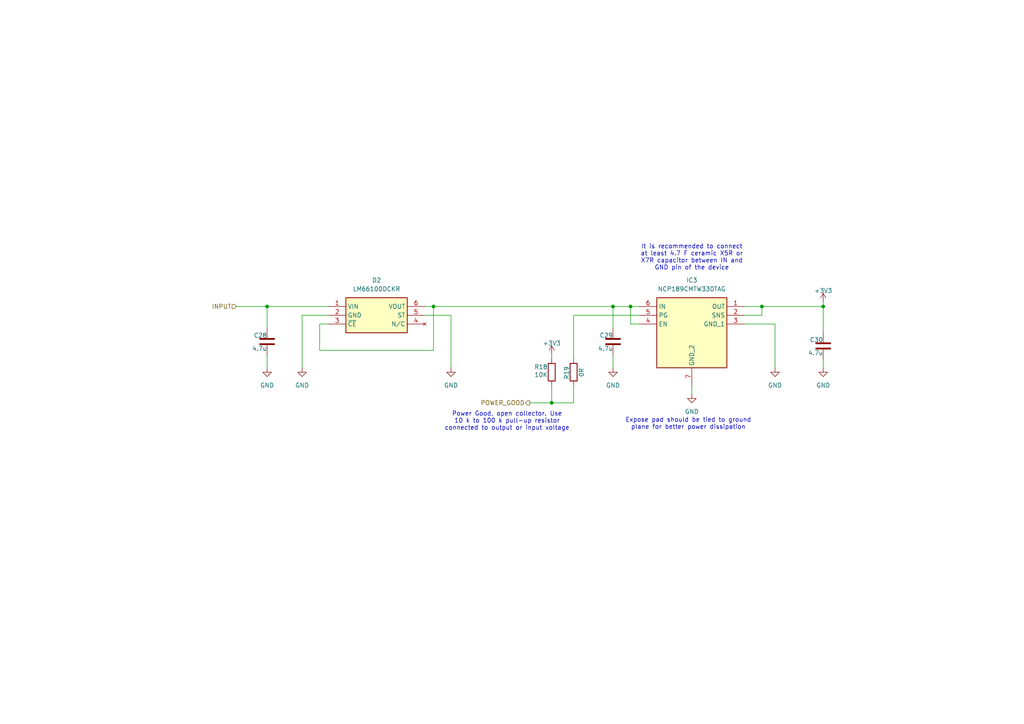
<source format=kicad_sch>
(kicad_sch (version 20250114) (generator "eeschema") (generator_version "9.0")
  (paper "A4")
  (lib_symbols
    (symbol "Device:C" (pin_numbers (hide yes)) (pin_names (offset 0.254))
      (property "Reference" "C" (at 0.635 2.54 0))
      (property "Value" "C" (at 0.635 -2.54 0))
      (symbol "C_0_1"
        (polyline (pts (xy -2.032 0.762) (xy 2.032 0.762)) (stroke (width 0.508)))
        (polyline (pts (xy -2.032 -0.762) (xy 2.032 -0.762)) (stroke (width 0.508)))
      )
      (symbol "C_1_1"
        (pin passive line (at 0 3.81 270) (length 2.794) (name "~") (number "1"))
        (pin passive line (at 0 -3.81 90) (length 2.794) (name "~") (number "2"))
      )
    )
    (symbol "Device:R" (pin_numbers (hide yes)) (pin_names (offset 0))
      (property "Reference" "R" (at 2.032 0 90))
      (property "Value" "R" (at 0 0 90))
      (symbol "R_0_1"
        (rectangle (start -1.016 -2.54) (end 1.016 2.54) (stroke (width 0.254)))
      )
      (symbol "R_1_1"
        (pin passive line (at 0 3.81 270) (length 1.27) (name "~") (number "1"))
        (pin passive line (at 0 -3.81 90) (length 1.27) (name "~") (number "2"))
      )
    )
    (symbol "LM66100DCKR:LM66100DCKR"
      (property "Reference" "D" (at 24.13 7.62 0))
      (property "Value" "LM66100DCKR" (at 24.13 5.08 0))
      (symbol "LM66100DCKR_1_1"
        (rectangle (start 5.08 2.54) (end 22.86 -7.62) (stroke (width 0.254)) (fill (type background)))
        (pin passive line (at 0 0 0) (length 5.08) (name "VIN") (number "1"))
        (pin passive line (at 0 -2.54 0) (length 5.08) (name "GND") (number "2"))
        (pin passive line (at 0 -5.08 0) (length 5.08) (name "~{CE}") (number "3"))
        (pin passive line (at 27.94 0 180) (length 5.08) (name "VOUT") (number "6"))
        (pin passive line (at 27.94 -2.54 180) (length 5.08) (name "ST") (number "5"))
        (pin no_connect line (at 27.94 -5.08 180) (length 5.08) (name "N/C") (number "4"))
      )
    )
    (symbol "NCP189CMTW330TAG:NCP189CMTW330TAG"
      (property "Reference" "IC" (at 26.67 7.62 0))
      (property "Value" "NCP189CMTW330TAG" (at 26.67 5.08 0))
      (symbol "NCP189CMTW330TAG_1_1"
        (rectangle (start 5.08 2.54) (end 25.4 -17.78) (stroke (width 0.254)) (fill (type background)))
        (pin passive line (at 0 0 0) (length 5.08) (name "OUT") (number "1"))
        (pin passive line (at 0 -2.54 0) (length 5.08) (name "SNS") (number "2"))
        (pin passive line (at 0 -5.08 0) (length 5.08) (name "GND_1") (number "3"))
        (pin passive line (at 15.24 -22.86 90) (length 5.08) (name "GND_2") (number "7"))
        (pin passive line (at 30.48 0 180) (length 5.08) (name "IN") (number "6"))
        (pin passive line (at 30.48 -2.54 180) (length 5.08) (name "PG") (number "5"))
        (pin passive line (at 30.48 -5.08 180) (length 5.08) (name "EN") (number "4"))
      )
    )
    (symbol "power:+3V3" (power) (pin_names (offset 0))
      (property "Value" "+3V3" (at 0 3.556 0))
      (symbol "+3V3_0_1"
        (polyline (pts (xy -0.762 1.27) (xy 0 2.54)))
        (polyline (pts (xy 0 2.54) (xy 0.762 1.27)))
        (polyline (pts (xy 0 0) (xy 0 2.54)))
      )
      (symbol "+3V3_1_1"
        (pin power_in line (at 0 0 90) (length 0) (hide yes) (name "+3V3") (number "1"))
      )
    )
    (symbol "power:GND" (power) (pin_numbers (hide yes)) (pin_names (offset 0) (hide yes))
      (property "Value" "GND" (at 0 -3.81 0))
      (symbol "GND_0_1"
        (polyline (pts (xy 0 0) (xy 0 -1.27) (xy 1.27 -1.27) (xy 0 -2.54) (xy -1.27 -1.27) (xy 0 -1.27)))
      )
      (symbol "GND_1_1"
        (pin power_in line (at 0 0 270) (length 0) (name "~") (number "1"))
      )
    )
  )
  (text "Power Good, open collector. Use\n10 k to 100 k pull−up resistor\nconnected to output or input voltage" (at 147.066 122.174 0) (effects (font (size 1.27 1.27))))
  (text "It is recommended to connect\nat least 4.7 F ceramic X5R or\nX7R capacitor between IN and\nGND pin of the device" (at 200.66 74.676 0) (effects (font (size 1.27 1.27))))
  (text "Expose pad should be tied to ground\nplane for better power dissipation\n" (at 199.644 122.936 0) (effects (font (size 1.27 1.27))))
  (junction (at 77.47 88.9))
  (junction (at 160.02 116.84))
  (junction (at 177.8 88.9))
  (junction (at 238.76 88.9))
  (junction (at 220.98 88.9))
  (junction (at 125.73 88.9))
  (junction (at 182.88 88.9))
  (wire (pts (xy 123.19 91.44) (xy 130.81 91.44)))
  (wire (pts (xy 160.02 102.87) (xy 160.02 104.14)))
  (wire (pts (xy 166.37 91.44) (xy 185.42 91.44)))
  (wire (pts (xy 220.98 88.9) (xy 215.9 88.9)))
  (wire (pts (xy 123.19 88.9) (xy 125.73 88.9)))
  (wire (pts (xy 77.47 95.25) (xy 77.47 88.9)))
  (wire (pts (xy 87.63 91.44) (xy 87.63 106.68)))
  (wire (pts (xy 238.76 96.52) (xy 238.76 88.9)))
  (wire (pts (xy 68.58 88.9) (xy 77.47 88.9)))
  (wire (pts (xy 92.71 101.6) (xy 125.73 101.6)))
  (wire (pts (xy 215.9 91.44) (xy 220.98 91.44)))
  (wire (pts (xy 177.8 88.9) (xy 177.8 95.25)))
  (wire (pts (xy 224.79 93.98) (xy 215.9 93.98)))
  (wire (pts (xy 238.76 87.63) (xy 238.76 88.9)))
  (wire (pts (xy 177.8 88.9) (xy 182.88 88.9)))
  (wire (pts (xy 182.88 88.9) (xy 185.42 88.9)))
  (wire (pts (xy 166.37 116.84) (xy 166.37 111.76)))
  (wire (pts (xy 95.25 93.98) (xy 92.71 93.98)))
  (wire (pts (xy 220.98 91.44) (xy 220.98 88.9)))
  (wire (pts (xy 200.66 114.3) (xy 200.66 111.76)))
  (wire (pts (xy 177.8 106.68) (xy 177.8 102.87)))
  (wire (pts (xy 77.47 88.9) (xy 95.25 88.9)))
  (wire (pts (xy 224.79 106.68) (xy 224.79 93.98)))
  (wire (pts (xy 160.02 111.76) (xy 160.02 116.84)))
  (wire (pts (xy 125.73 88.9) (xy 177.8 88.9)))
  (wire (pts (xy 130.81 91.44) (xy 130.81 106.68)))
  (wire (pts (xy 166.37 91.44) (xy 166.37 104.14)))
  (wire (pts (xy 220.98 88.9) (xy 238.76 88.9)))
  (wire (pts (xy 95.25 91.44) (xy 87.63 91.44)))
  (wire (pts (xy 125.73 101.6) (xy 125.73 88.9)))
  (wire (pts (xy 92.71 93.98) (xy 92.71 101.6)))
  (wire (pts (xy 160.02 116.84) (xy 166.37 116.84)))
  (wire (pts (xy 238.76 106.68) (xy 238.76 104.14)))
  (wire (pts (xy 185.42 93.98) (xy 182.88 93.98)))
  (wire (pts (xy 182.88 93.98) (xy 182.88 88.9)))
  (wire (pts (xy 153.67 116.84) (xy 160.02 116.84)))
  (wire (pts (xy 77.47 106.68) (xy 77.47 102.87)))
  (hierarchical_label "INPUT" (shape input) (at 68.58 88.9 180))
  (hierarchical_label "POWER_GOOD" (shape output) (at 153.67 116.84 180))
  (symbol (lib_id "Device:C") (at 177.8 99.06 0) (mirror x) (unit 1)
    (property "Reference" "C29" (at 177.8 97.282 0) (effects (justify right)))
    (property "Value" "4.7u" (at 177.8 101.092 0) (effects (justify right)))
    (property "Footprint" "Capacitor_SMD:C_0402_1005Metric" (effects (hide yes)))
    (property "Description" "Unpolarized capacitor" (effects (hide yes)))
  )
  (symbol (lib_id "Device:R") (at 166.37 107.95 180) (unit 1)
    (property "Reference" "R19" (at 164.338 106.172 90) (effects (justify left)))
    (property "Value" "0R" (at 168.656 106.68 90) (effects (justify left)))
    (property "Footprint" "components:R_0402_1005Metric_small_pads" (effects (hide yes)))
    (property "Description" "Resistor" (effects (hide yes)))
  )
  (symbol (lib_id "power:GND") (at 238.76 106.68 0) (mirror y) (unit 1)
    (property "Reference" "#PWR059" (effects (hide yes)))
    (property "Value" "GND" (at 238.76 111.76 0))
    (property "Description" "Power symbol creates a global label with name \"GND\" , ground" (effects (hide yes)))
  )
  (symbol (lib_id "Device:C") (at 238.76 100.33 0) (mirror x) (unit 1)
    (property "Reference" "C30" (at 238.76 98.552 0) (effects (justify right)))
    (property "Value" "4.7u" (at 238.76 102.362 0) (effects (justify right)))
    (property "Footprint" "Capacitor_SMD:C_0402_1005Metric" (effects (hide yes)))
    (property "Description" "Unpolarized capacitor" (effects (hide yes)))
  )
  (symbol (lib_id "power:GND") (at 87.63 106.68 0) (mirror y) (unit 1)
    (property "Reference" "#PWR053" (effects (hide yes)))
    (property "Value" "GND" (at 87.63 111.76 0))
    (property "Description" "Power symbol creates a global label with name \"GND\" , ground" (effects (hide yes)))
  )
  (symbol (lib_id "power:GND") (at 224.79 106.68 0) (mirror y) (unit 1)
    (property "Reference" "#PWR057" (effects (hide yes)))
    (property "Value" "GND" (at 224.79 111.76 0))
    (property "Description" "Power symbol creates a global label with name \"GND\" , ground" (effects (hide yes)))
  )
  (symbol (lib_id "power:GND") (at 177.8 106.68 0) (mirror y) (unit 1)
    (property "Reference" "#PWR055" (effects (hide yes)))
    (property "Value" "GND" (at 177.8 111.76 0))
    (property "Description" "Power symbol creates a global label with name \"GND\" , ground" (effects (hide yes)))
  )
  (symbol (lib_id "power:GND") (at 77.47 106.68 0) (mirror y) (unit 1)
    (property "Reference" "#PWR052" (effects (hide yes)))
    (property "Value" "GND" (at 77.47 111.76 0))
    (property "Description" "Power symbol creates a global label with name \"GND\" , ground" (effects (hide yes)))
  )
  (symbol (lib_id "NCP189CMTW330TAG:NCP189CMTW330TAG") (at 215.9 88.9 0) (mirror y) (unit 1)
    (property "Reference" "IC3" (at 200.66 81.28 0))
    (property "Value" "NCP189CMTW330TAG" (at 200.66 83.82 0))
    (property "Footprint" "components:NCP189CMTW330TAG" (effects (hide yes)))
    (property "Datasheet" "https://www.onsemi.com/pub/Collateral/NCP189-D.PDF" (effects (hide yes)))
    (property "Description" "1.6V to 5.5V input voltage; Output voltage from 0.6V; Controlled output voltage slew rate; PSRR: 85 dB at 1 kHz; Low dropout 65mV ar 3.3V / 500mA; Ultra-Low Noise: 10VRMS; WDFNW6 2 x 2mm" (effects (hide yes)))
    (property "Height" "0.8" (effects (hide yes)))
    (property "Mouser Part Number" "863-NCP189CMTW330TAG" (effects (hide yes)))
    (property "Mouser Price/Stock" "https://www.mouser.co.uk/ProductDetail/onsemi/NCP189CMTW330TAG?qs=vvQtp7zwQdPaFxDy4thwxQ%3D%3D" (effects (hide yes)))
    (property "Manufacturer_Name" "onsemi" (effects (hide yes)))
    (property "Manufacturer_Part_Number" "NCP189CMTW330TAG" (effects (hide yes)))
  )
  (symbol (lib_id "Device:C") (at 77.47 99.06 0) (mirror x) (unit 1)
    (property "Reference" "C28" (at 77.47 97.282 0) (effects (justify right)))
    (property "Value" "4.7u" (at 77.47 101.092 0) (effects (justify right)))
    (property "Footprint" "Capacitor_SMD:C_0402_1005Metric" (effects (hide yes)))
    (property "Description" "Unpolarized capacitor" (effects (hide yes)))
  )
  (symbol (lib_id "power:+3V3") (at 238.76 87.63 0) (unit 1)
    (property "Reference" "#PWR058" (effects (hide yes)))
    (property "Value" "+3V3" (at 238.76 84.328 0))
  )
  (symbol (lib_id "Device:R") (at 160.02 107.95 0) (unit 1)
    (property "Reference" "R18" (at 154.94 106.426 0) (effects (justify left)))
    (property "Value" "10K" (at 154.94 108.712 0) (effects (justify left)))
    (property "Footprint" "Resistor_SMD:R_0402_1005Metric" (effects (hide yes)))
    (property "Description" "Resistor" (effects (hide yes)))
  )
  (symbol (lib_id "power:+3V3") (at 160.02 102.87 0) (unit 1)
    (property "Reference" "#PWR054" (effects (hide yes)))
    (property "Value" "+3V3" (at 160.02 99.568 0))
  )
  (symbol (lib_id "power:GND") (at 200.66 114.3 0) (mirror y) (unit 1)
    (property "Reference" "#PWR056" (effects (hide yes)))
    (property "Value" "GND" (at 200.66 119.38 0))
    (property "Description" "Power symbol creates a global label with name \"GND\" , ground" (effects (hide yes)))
  )
  (symbol (lib_id "LM66100DCKR:LM66100DCKR") (at 95.25 88.9 0) (unit 1)
    (property "Reference" "D2" (at 109.22 81.28 0))
    (property "Value" "LM66100DCKR" (at 109.22 83.82 0))
    (property "Footprint" "components:LM66100DCKR" (effects (hide yes)))
    (property "Datasheet" "http://www.ti.com/lit/gpn/LM66100" (effects (hide yes)))
    (property "Description" "+/-6-V, Low IQ ideal diode with input polarity protection" (effects (hide yes)))
    (property "Height" "1.1" (effects (hide yes)))
    (property "Mouser Part Number" "595-LM66100DCKR" (effects (hide yes)))
    (property "Mouser Price/Stock" "https://www.mouser.co.uk/ProductDetail/Texas-Instruments/LM66100DCKR?qs=vLWxofP3U2y2yPPrXoBBoA%3D%3D" (effects (hide yes)))
    (property "Manufacturer_Name" "Texas Instruments" (effects (hide yes)))
    (property "Manufacturer_Part_Number" "LM66100DCKR" (effects (hide yes)))
  )
  (symbol (lib_id "power:GND") (at 130.81 106.68 0) (mirror y) (unit 1)
    (property "Reference" "#PWR066" (effects (hide yes)))
    (property "Value" "GND" (at 130.81 111.76 0))
    (property "Description" "Power symbol creates a global label with name \"GND\" , ground" (effects (hide yes)))
  )
)
</source>
